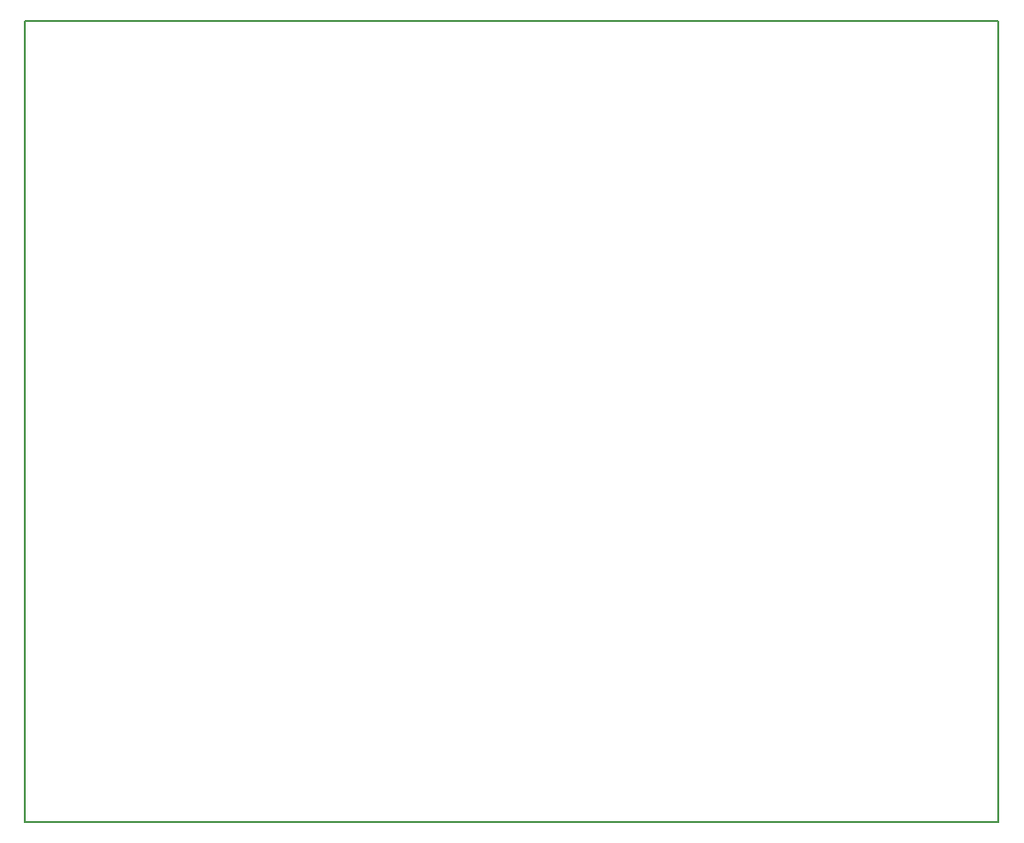
<source format=gbr>
G04 #@! TF.FileFunction,Profile,NP*
%FSLAX46Y46*%
G04 Gerber Fmt 4.6, Leading zero omitted, Abs format (unit mm)*
G04 Created by KiCad (PCBNEW 4.0.6) date Fri Mar 31 14:50:42 2017*
%MOMM*%
%LPD*%
G01*
G04 APERTURE LIST*
%ADD10C,0.088900*%
%ADD11C,0.150000*%
G04 APERTURE END LIST*
D10*
D11*
X193040000Y-143510000D02*
X193040000Y-138430000D01*
X106680000Y-143510000D02*
X106680000Y-138430000D01*
X106680000Y-138430000D02*
X106680000Y-72390000D01*
X193040000Y-143510000D02*
X106680000Y-143510000D01*
X193040000Y-72390000D02*
X193040000Y-138430000D01*
X106680000Y-72390000D02*
X193040000Y-72390000D01*
M02*

</source>
